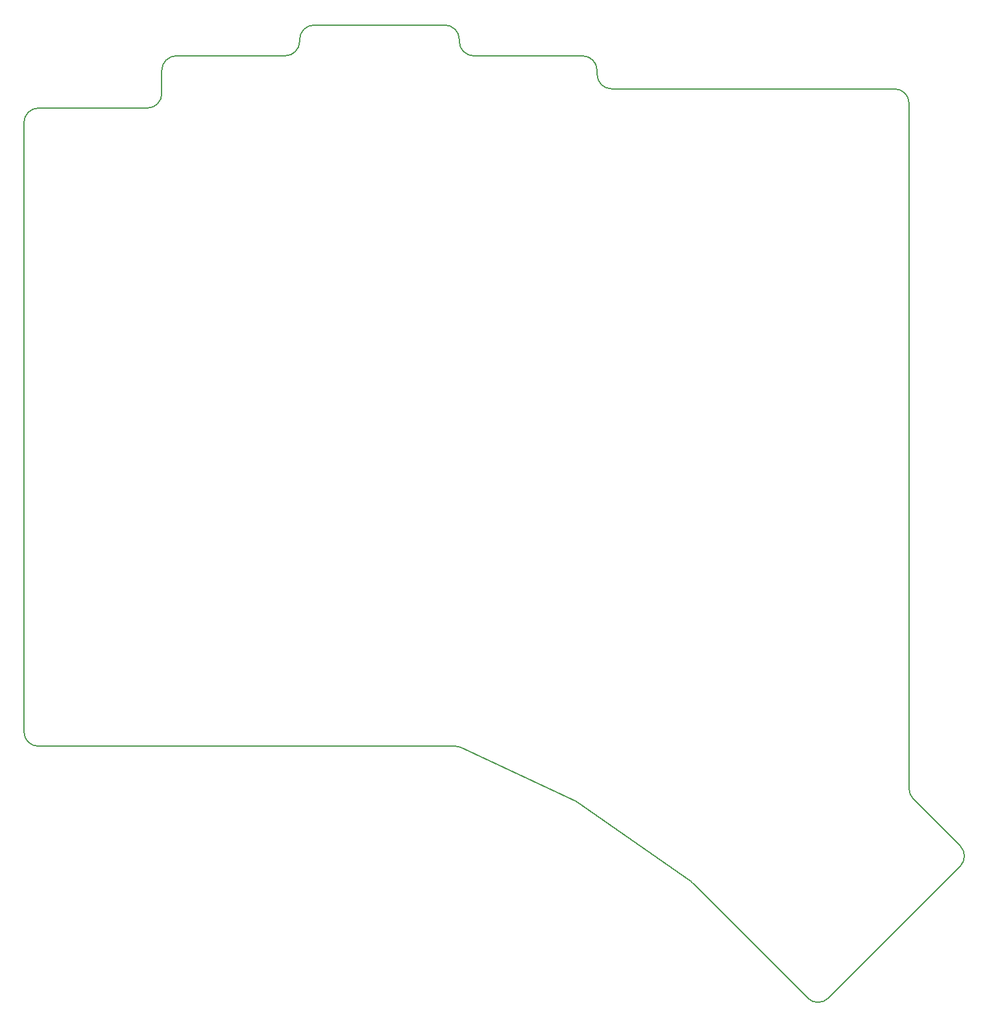
<source format=gm1>
G04 #@! TF.GenerationSoftware,KiCad,Pcbnew,8.0.1*
G04 #@! TF.CreationDate,2024-03-30T10:30:43-04:00*
G04 #@! TF.ProjectId,kipra-kicad,6b697072-612d-46b6-9963-61642e6b6963,v1.0.0*
G04 #@! TF.SameCoordinates,Original*
G04 #@! TF.FileFunction,Profile,NP*
%FSLAX46Y46*%
G04 Gerber Fmt 4.6, Leading zero omitted, Abs format (unit mm)*
G04 Created by KiCad (PCBNEW 8.0.1) date 2024-03-30 10:30:43*
%MOMM*%
%LPD*%
G01*
G04 APERTURE LIST*
G04 #@! TA.AperFunction,Profile*
%ADD10C,0.150000*%
G04 #@! TD*
G04 APERTURE END LIST*
D10*
X90564706Y-119602059D02*
X129564703Y-119602058D01*
X88564700Y-117602058D02*
X88564703Y-33602059D01*
X90564701Y-31602060D02*
X105564705Y-31602056D01*
X129564705Y-119552060D02*
X129564703Y-119602058D01*
X109564701Y-24402054D02*
X124564703Y-24402059D01*
X107564707Y-29602057D02*
X107564700Y-26402060D01*
X129564705Y-119552060D02*
X147912364Y-119552058D01*
X128564706Y-20152061D02*
X146564703Y-20152055D01*
X148564702Y-22152057D02*
X148564704Y-22402057D01*
X126564705Y-22402056D02*
X126564705Y-22152055D01*
X150564703Y-24402059D02*
X165564705Y-24402060D01*
X167564700Y-26402057D02*
X167564705Y-26952059D01*
X210564703Y-125453572D02*
X210564703Y-30952055D01*
X169564703Y-28952056D02*
X208564708Y-28952060D01*
X211150487Y-126867783D02*
X217606333Y-133323635D01*
X199433691Y-154324703D02*
X217606333Y-136152058D01*
X180822579Y-138542013D02*
X196605265Y-154324701D01*
X164680195Y-127201915D02*
X180555515Y-138317930D01*
X164680195Y-127201915D02*
X164700069Y-127173535D01*
X148757600Y-119739443D02*
X164700069Y-127173535D01*
X90564706Y-119602059D02*
G75*
G02*
X88564705Y-117602058I-1J2000000D01*
G01*
X88564703Y-33602059D02*
G75*
G02*
X90564701Y-31602057I2000000J2D01*
G01*
X107564707Y-29602057D02*
G75*
G02*
X105564705Y-31602060I-2000002J-1D01*
G01*
X107564700Y-26402060D02*
G75*
G02*
X109564701Y-24402053I2000002J5D01*
G01*
X126564705Y-22402056D02*
G75*
G02*
X124564703Y-24402059I-2000002J-1D01*
G01*
X126564705Y-22152055D02*
G75*
G02*
X128564706Y-20152058I2000000J-3D01*
G01*
X146564703Y-20152055D02*
G75*
G02*
X148564704Y-22152057I2J-1999999D01*
G01*
X150564703Y-24402059D02*
G75*
G02*
X148564700Y-22402057I-2J2000001D01*
G01*
X165564705Y-24402060D02*
G75*
G02*
X167564709Y-26402057I4J-2000000D01*
G01*
X169564703Y-28952056D02*
G75*
G02*
X167564702Y-26952059I-1J2000000D01*
G01*
X208564708Y-28952060D02*
G75*
G02*
X210564701Y-30952055I-6J-1999999D01*
G01*
X211150487Y-126867783D02*
G75*
G02*
X210564705Y-125453572I1414219J1414210D01*
G01*
X217606333Y-133323636D02*
G75*
G02*
X217606333Y-136152058I-1414214J-1414211D01*
G01*
X199433691Y-154324706D02*
G75*
G02*
X196605259Y-154324707I-1414217J1414219D01*
G01*
X180555515Y-138317928D02*
G75*
G02*
X180822574Y-138542018I-1147151J-1638301D01*
G01*
X147912364Y-119552057D02*
G75*
G02*
X148757601Y-119739442I0J-1999998D01*
G01*
M02*

</source>
